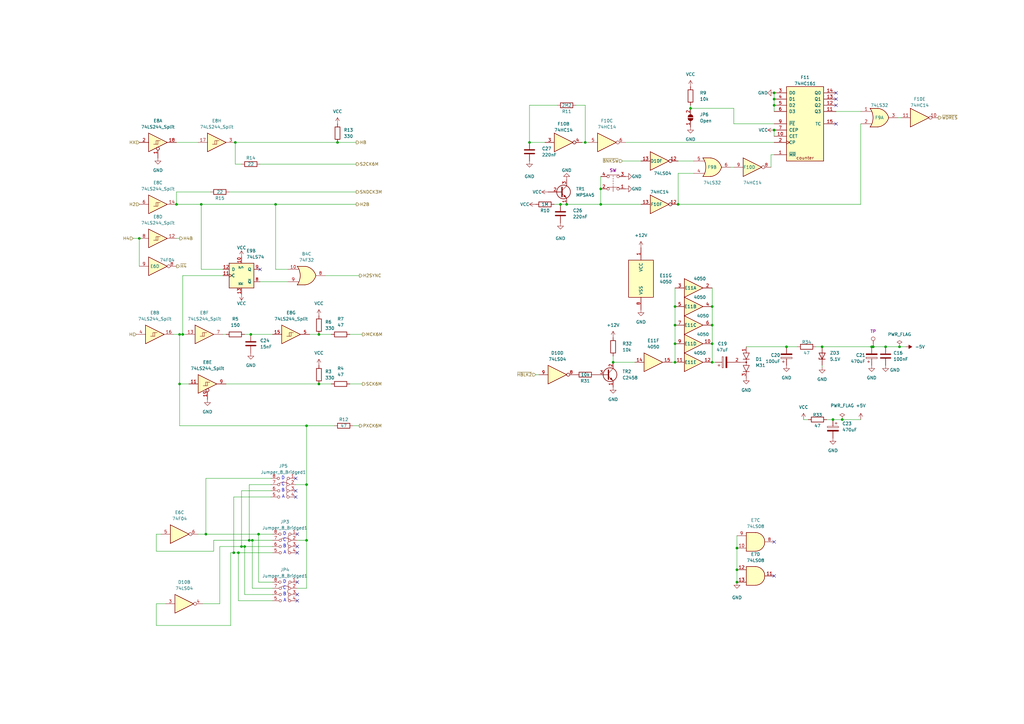
<source format=kicad_sch>
(kicad_sch (version 20230121) (generator eeschema)
  (paper "A3")
  (title_block (title "The NewZealand Story - P0-043A") (date "2022-11-16") (company "Ulf Skutnabba, twitter @skutis77"))
  (lib_symbols
    (symbol "4xxx:4050" (pin_names (offset 1.016))
      (property "Reference" "U" (at 0 1.27 0))
      (property "Value" "4050" (at 0 -1.27 0))
      (symbol "4050_1_0"
        (pin output line (at 7.62 0 180) (length 3.81) (name "~") (number "2"))
        (pin input line (at -7.62 0 0) (length 3.81) (name "~") (number "3"))
      )
      (symbol "4050_2_0"
        (pin output line (at 7.62 0 180) (length 3.81) (name "~") (number "4"))
        (pin input line (at -7.62 0 0) (length 3.81) (name "~") (number "5"))
      )
      (symbol "4050_3_0"
        (pin output line (at 7.62 0 180) (length 3.81) (name "~") (number "6"))
        (pin input line (at -7.62 0 0) (length 3.81) (name "~") (number "7"))
      )
      (symbol "4050_4_0"
        (pin output line (at 7.62 0 180) (length 3.81) (name "~") (number "10"))
        (pin input line (at -7.62 0 0) (length 3.81) (name "~") (number "9"))
      )
      (symbol "4050_5_0"
        (pin input line (at -7.62 0 0) (length 3.81) (name "~") (number "11"))
        (pin output line (at 7.62 0 180) (length 3.81) (name "~") (number "12"))
      )
      (symbol "4050_6_0"
        (pin input line (at -7.62 0 0) (length 3.81) (name "~") (number "14"))
        (pin output line (at 7.62 0 180) (length 3.81) (name "~") (number "15"))
      )
      (symbol "4050_7_0"
        (pin power_in line (at 0 12.7 270) (length 5.08) (name "VCC") (number "1"))
        (pin power_in line (at 0 -12.7 90) (length 5.08) (name "VSS") (number "8"))
      )
    )
    (symbol "74xx:74LS244_Split"
      (property "Reference" "U" (at 0 1.27 0))
      (property "Value" "74LS244_Split" (at 0 -1.27 0))
      (symbol "74LS244_Split_1_0"
        (pin input inverted (at 0 -6.35 90) (length 4.445) (name "~") (number "1"))
        (pin tri_state line (at 7.62 0 180) (length 3.81) (name "~") (number "18"))
        (pin input line (at -7.62 0 0) (length 3.81) (name "~") (number "2"))
      )
      (symbol "74LS244_Split_2_0"
        (pin tri_state line (at 7.62 0 180) (length 3.81) (name "~") (number "16"))
        (pin input line (at -7.62 0 0) (length 3.81) (name "~") (number "4"))
      )
      (symbol "74LS244_Split_3_0"
        (pin tri_state line (at 7.62 0 180) (length 3.81) (name "~") (number "14"))
        (pin input line (at -7.62 0 0) (length 3.81) (name "~") (number "6"))
      )
      (symbol "74LS244_Split_4_0"
        (pin tri_state line (at 7.62 0 180) (length 3.81) (name "~") (number "12"))
        (pin input line (at -7.62 0 0) (length 3.81) (name "~") (number "8"))
      )
      (symbol "74LS244_Split_5_0"
        (pin input line (at -7.62 0 0) (length 3.81) (name "~") (number "11"))
        (pin input inverted (at 0 -6.35 90) (length 4.445) (name "~") (number "19"))
        (pin tri_state line (at 7.62 0 180) (length 3.81) (name "~") (number "9"))
      )
      (symbol "74LS244_Split_6_0"
        (pin input line (at -7.62 0 0) (length 3.81) (name "~") (number "13"))
        (pin tri_state line (at 7.62 0 180) (length 3.81) (name "~") (number "7"))
      )
      (symbol "74LS244_Split_7_0"
        (pin input line (at -7.62 0 0) (length 3.81) (name "~") (number "15"))
        (pin tri_state line (at 7.62 0 180) (length 3.81) (name "~") (number "5"))
      )
      (symbol "74LS244_Split_8_0"
        (pin input line (at -7.62 0 0) (length 3.81) (name "~") (number "17"))
        (pin tri_state line (at 7.62 0 180) (length 3.81) (name "~") (number "3"))
      )
      (symbol "74LS244_Split_9_0"
        (pin power_in line (at 0 -12.7 90) (length 5.08) (name "GND") (number "10"))
        (pin power_in line (at 0 12.7 270) (length 5.08) (name "VCC") (number "20"))
      )
    )
    (symbol "Connector:TestPoint" (pin_numbers hide) (pin_names (offset 0.762) hide)
      (property "Reference" "TP" (at 0 6.858 0))
      (property "Value" "TestPoint" (at 0 5.08 0))
      (symbol "TestPoint_1_1"
        (pin passive line (at 0 0 90) (length 2.54) (name "1") (number "1"))
      )
    )
    (symbol "Device:C" (pin_numbers hide) (pin_names (offset 0.254))
      (property "Reference" "C" (at 0.635 2.54 0))
      (property "Value" "C" (at 0.635 -2.54 0))
      (symbol "C_1_1"
        (pin passive line (at 0 3.81 270) (length 2.794) (name "~") (number "1"))
        (pin passive line (at 0 -3.81 90) (length 2.794) (name "~") (number "2"))
      )
    )
    (symbol "Device:C_Polarized" (pin_numbers hide) (pin_names (offset 0.254))
      (property "Reference" "C" (at 0.635 2.54 0))
      (property "Value" "C_Polarized" (at 0.635 -2.54 0))
      (symbol "C_Polarized_1_1"
        (pin passive line (at 0 3.81 270) (length 2.794) (name "~") (number "1"))
        (pin passive line (at 0 -3.81 90) (length 2.794) (name "~") (number "2"))
      )
    )
    (symbol "Device:D_Zener" (pin_numbers hide) (pin_names (offset 1.016) hide)
      (property "Reference" "D" (at 0 2.54 0))
      (property "Value" "D_Zener" (at 0 -2.54 0))
      (symbol "D_Zener_1_1"
        (pin passive line (at -3.81 0 0) (length 2.54) (name "K") (number "1"))
        (pin passive line (at 3.81 0 180) (length 2.54) (name "A") (number "2"))
      )
    )
    (symbol "Device:Q_NPN_EBC" (pin_names (offset 0) hide)
      (property "Reference" "Q" (at 5.08 1.27 0))
      (property "Value" "Q_NPN_EBC" (at 5.08 -1.27 0))
      (symbol "Q_NPN_EBC_1_1"
        (pin passive line (at 2.54 -5.08 90) (length 2.54) (name "E") (number "1"))
        (pin passive line (at -5.08 0 0) (length 5.715) (name "B") (number "2"))
        (pin passive line (at 2.54 5.08 270) (length 2.54) (name "C") (number "3"))
      )
    )
    (symbol "Device:Q_NPN_ECB" (pin_names (offset 0) hide)
      (property "Reference" "Q" (at 5.08 1.27 0))
      (property "Value" "Q_NPN_ECB" (at 5.08 -1.27 0))
      (symbol "Q_NPN_ECB_1_1"
        (pin passive line (at 2.54 -5.08 90) (length 2.54) (name "E") (number "1"))
        (pin passive line (at 2.54 5.08 270) (length 2.54) (name "C") (number "2"))
        (pin passive line (at -5.08 0 0) (length 5.715) (name "B") (number "3"))
      )
    )
    (symbol "Device:R" (pin_numbers hide) (pin_names (offset 0))
      (property "Reference" "R" (at 2.032 0 90))
      (property "Value" "R" (at 0 0 90))
      (symbol "R_1_1"
        (pin passive line (at 0 3.81 270) (length 1.27) (name "~") (number "1"))
        (pin passive line (at 0 -3.81 90) (length 1.27) (name "~") (number "2"))
      )
    )
    (symbol "Jumper:SolderJumper_2_Open" (pin_names (offset 0) hide)
      (property "Reference" "JP" (at 0 2.032 0))
      (property "Value" "SolderJumper_2_Open" (at 0 -2.54 0))
      (symbol "SolderJumper_2_Open_1_1"
        (pin passive line (at -3.81 0 0) (length 2.54) (name "A") (number "1"))
        (pin passive line (at 3.81 0 180) (length 2.54) (name "B") (number "2"))
      )
    )
    (symbol "Switch:SW_Push_Open_Dual" (pin_names (offset 1.016) hide)
      (property "Reference" "SW" (at 1.27 2.54 0))
      (property "Value" "SW_Push_Open_Dual" (at 0 -6.985 0))
      (symbol "SW_Push_Open_Dual_0_1"
        (pin passive line (at -5.08 0 0) (length 2.54) (name "1") (number "1"))
        (pin passive line (at 5.08 0 180) (length 2.54) (name "2") (number "2"))
        (pin passive line (at -5.08 -5.08 0) (length 2.54) (name "3") (number "3"))
        (pin passive line (at 5.08 -5.08 180) (length 2.54) (name "4") (number "4"))
      )
    )
    (symbol "jt74:74LS04" (pin_names (offset 1.016))
      (property "Reference" "U" (at 0 1.27 0))
      (property "Value" "74LS04" (at 0 -1.27 0))
      (symbol "74LS04_1_0"
        (pin input line (at -7.62 0 0) (length 3.81) (name "~") (number "1"))
        (pin output inverted (at 7.62 0 180) (length 3.81) (name "~") (number "2"))
      )
      (symbol "74LS04_2_0"
        (pin input line (at -7.62 0 0) (length 3.81) (name "~") (number "3"))
        (pin output inverted (at 7.62 0 180) (length 3.81) (name "~") (number "4"))
      )
      (symbol "74LS04_3_0"
        (pin input line (at -7.62 0 0) (length 3.81) (name "~") (number "5"))
        (pin output inverted (at 7.62 0 180) (length 3.81) (name "~") (number "6"))
      )
      (symbol "74LS04_4_0"
        (pin output inverted (at 7.62 0 180) (length 3.81) (name "~") (number "8"))
        (pin input line (at -7.62 0 0) (length 3.81) (name "~") (number "9"))
      )
      (symbol "74LS04_5_0"
        (pin output inverted (at 7.62 0 180) (length 3.81) (name "~") (number "10"))
        (pin input line (at -7.62 0 0) (length 3.81) (name "~") (number "11"))
      )
      (symbol "74LS04_6_0"
        (pin output inverted (at 7.62 0 180) (length 3.81) (name "~") (number "12"))
        (pin input line (at -7.62 0 0) (length 3.81) (name "~") (number "13"))
      )
      (symbol "74LS04_7_0"
        (pin power_in line (at 0 7.62 270) (length 5.08) hide (name "VCC") (number "14"))
        (pin power_in line (at 0 -7.62 90) (length 5.08) hide (name "VSS") (number "7"))
      )
    )
    (symbol "jt74:74LS08" (pin_names (offset 1.016))
      (property "Reference" "U" (at 0 1.27 0))
      (property "Value" "74LS08" (at 0 -1.27 0))
      (symbol "74LS08_1_1"
        (pin input line (at -7.62 2.54 0) (length 3.81) (name "~") (number "1"))
        (pin input line (at -7.62 -2.54 0) (length 3.81) (name "~") (number "2"))
        (pin output line (at 7.62 0 180) (length 3.81) (name "~") (number "3"))
      )
      (symbol "74LS08_1_2"
        (pin input inverted (at -7.62 2.54 0) (length 4.318) (name "~") (number "1"))
        (pin input inverted (at -7.62 -2.54 0) (length 4.318) (name "~") (number "2"))
        (pin output inverted (at 7.62 0 180) (length 3.81) (name "~") (number "3"))
      )
      (symbol "74LS08_2_1"
        (pin input line (at -7.62 2.54 0) (length 3.81) (name "~") (number "4"))
        (pin input line (at -7.62 -2.54 0) (length 3.81) (name "~") (number "5"))
        (pin output line (at 7.62 0 180) (length 3.81) (name "~") (number "6"))
      )
      (symbol "74LS08_2_2"
        (pin input inverted (at -7.62 2.54 0) (length 4.318) (name "~") (number "4"))
        (pin input inverted (at -7.62 -2.54 0) (length 4.318) (name "~") (number "5"))
        (pin output inverted (at 7.62 0 180) (length 3.81) (name "~") (number "6"))
      )
      (symbol "74LS08_3_1"
        (pin input line (at -7.62 -2.54 0) (length 3.81) (name "~") (number "10"))
        (pin output line (at 7.62 0 180) (length 3.81) (name "~") (number "8"))
        (pin input line (at -7.62 2.54 0) (length 3.81) (name "~") (number "9"))
      )
      (symbol "74LS08_3_2"
        (pin input inverted (at -7.62 -2.54 0) (length 4.318) (name "~") (number "10"))
        (pin output inverted (at 7.62 0 180) (length 3.81) (name "~") (number "8"))
        (pin input inverted (at -7.62 2.54 0) (length 4.318) (name "~") (number "9"))
      )
      (symbol "74LS08_4_1"
        (pin output line (at 7.62 0 180) (length 3.81) (name "~") (number "11"))
        (pin input line (at -7.62 2.54 0) (length 3.81) (name "~") (number "12"))
        (pin input line (at -7.62 -2.54 0) (length 3.81) (name "~") (number "13"))
      )
      (symbol "74LS08_4_2"
        (pin output inverted (at 7.62 0 180) (length 3.81) (name "~") (number "11"))
        (pin input inverted (at -7.62 2.54 0) (length 4.318) (name "~") (number "12"))
        (pin input inverted (at -7.62 -2.54 0) (length 4.318) (name "~") (number "13"))
      )
      (symbol "74LS08_5_0"
        (pin power_in line (at 0 7.62 270) (length 5.08) hide (name "VCC") (number "14"))
        (pin power_in line (at 0 -7.62 90) (length 5.08) hide (name "VSS") (number "7"))
      )
    )
    (symbol "jt74:74LS14" (pin_names (offset 1.016))
      (property "Reference" "U" (at 0 1.27 0))
      (property "Value" "74LS14" (at 0 -1.27 0))
      (symbol "74LS14_1_0"
        (pin input line (at -7.62 0 0) (length 3.81) (name "~") (number "1"))
        (pin output inverted (at 7.62 0 180) (length 3.81) (name "~") (number "2"))
      )
      (symbol "74LS14_2_0"
        (pin input line (at -7.62 0 0) (length 3.81) (name "~") (number "3"))
        (pin output inverted (at 7.62 0 180) (length 3.81) (name "~") (number "4"))
      )
      (symbol "74LS14_3_0"
        (pin input line (at -7.62 0 0) (length 3.81) (name "~") (number "5"))
        (pin output inverted (at 7.62 0 180) (length 3.81) (name "~") (number "6"))
      )
      (symbol "74LS14_4_0"
        (pin output inverted (at 7.62 0 180) (length 3.81) (name "~") (number "8"))
        (pin input line (at -7.62 0 0) (length 3.81) (name "~") (number "9"))
      )
      (symbol "74LS14_5_0"
        (pin output inverted (at 7.62 0 180) (length 3.81) (name "~") (number "10"))
        (pin input line (at -7.62 0 0) (length 3.81) (name "~") (number "11"))
      )
      (symbol "74LS14_6_0"
        (pin output inverted (at 7.62 0 180) (length 3.81) (name "~") (number "12"))
        (pin input line (at -7.62 0 0) (length 3.81) (name "~") (number "13"))
      )
      (symbol "74LS14_7_0"
        (pin power_in line (at 0 7.62 270) (length 5.08) hide (name "VCC") (number "14"))
        (pin power_in line (at 1.27 -7.62 90) (length 5.08) hide (name "VSS") (number "7"))
      )
    )
    (symbol "jt74:74LS161" (pin_names (offset 1.016))
      (property "Reference" "U" (at -7.62 16.51 0))
      (property "Value" "74LS161" (at -7.62 -16.51 0))
      (symbol "74LS161_0_0"
        (text "counter" (at 0 -13.97 0) (effects (font (size 1.27 1.27))))
      )
      (symbol "74LS161_1_0"
        (pin input line (at -12.7 -12.7 0) (length 5.08) (name "~{MR}") (number "1"))
        (pin input line (at -12.7 -5.08 0) (length 5.08) (name "CET") (number "10"))
        (pin output line (at 12.7 5.08 180) (length 5.08) (name "Q3") (number "11"))
        (pin output line (at 12.7 7.62 180) (length 5.08) (name "Q2") (number "12"))
        (pin output line (at 12.7 10.16 180) (length 5.08) (name "Q1") (number "13"))
        (pin output line (at 12.7 12.7 180) (length 5.08) (name "Q0") (number "14"))
        (pin output line (at 12.7 0 180) (length 5.08) (name "TC") (number "15"))
        (pin input clock (at -12.7 -7.62 0) (length 5.08) (name "CP") (number "2"))
        (pin input line (at -12.7 12.7 0) (length 5.08) (name "D0") (number "3"))
        (pin input line (at -12.7 10.16 0) (length 5.08) (name "D1") (number "4"))
        (pin input line (at -12.7 7.62 0) (length 5.08) (name "D2") (number "5"))
        (pin input line (at -12.7 5.08 0) (length 5.08) (name "D3") (number "6"))
        (pin input line (at -12.7 -2.54 0) (length 5.08) (name "CEP") (number "7"))
        (pin input line (at -12.7 0 0) (length 5.08) (name "~{PE}") (number "9"))
      )
    )
    (symbol "jt74:74LS32" (pin_names (offset 1.016))
      (property "Reference" "U" (at 0 1.27 0))
      (property "Value" "74LS32" (at 0 -1.27 0))
      (symbol "74LS32_1_1"
        (pin input line (at -7.62 2.54 0) (length 4.318) (name "~") (number "1"))
        (pin input line (at -7.62 -2.54 0) (length 4.318) (name "~") (number "2"))
        (pin output line (at 7.62 0 180) (length 3.81) (name "~") (number "3"))
      )
      (symbol "74LS32_1_2"
        (pin input inverted (at -7.62 2.54 0) (length 3.81) (name "~") (number "1"))
        (pin input inverted (at -7.62 -2.54 0) (length 3.81) (name "~") (number "2"))
        (pin output inverted (at 7.62 0 180) (length 3.81) (name "~") (number "3"))
      )
      (symbol "74LS32_2_1"
        (pin input line (at -7.62 2.54 0) (length 4.318) (name "~") (number "4"))
        (pin input line (at -7.62 -2.54 0) (length 4.318) (name "~") (number "5"))
        (pin output line (at 7.62 0 180) (length 3.81) (name "~") (number "6"))
      )
      (symbol "74LS32_2_2"
        (pin input inverted (at -7.62 2.54 0) (length 3.81) (name "~") (number "4"))
        (pin input inverted (at -7.62 -2.54 0) (length 3.81) (name "~") (number "5"))
        (pin output inverted (at 7.62 0 180) (length 3.81) (name "~") (number "6"))
      )
      (symbol "74LS32_3_1"
        (pin input line (at -7.62 -2.54 0) (length 4.318) (name "~") (number "10"))
        (pin output line (at 7.62 0 180) (length 3.81) (name "~") (number "8"))
        (pin input line (at -7.62 2.54 0) (length 4.318) (name "~") (number "9"))
      )
      (symbol "74LS32_3_2"
        (pin input inverted (at -7.62 -2.54 0) (length 3.81) (name "~") (number "10"))
        (pin output inverted (at 7.62 0 180) (length 3.81) (name "~") (number "8"))
        (pin input inverted (at -7.62 2.54 0) (length 3.81) (name "~") (number "9"))
      )
      (symbol "74LS32_4_1"
        (pin output line (at 7.62 0 180) (length 3.81) (name "~") (number "11"))
        (pin input line (at -7.62 2.54 0) (length 4.318) (name "~") (number "12"))
        (pin input line (at -7.62 -2.54 0) (length 4.318) (name "~") (number "13"))
      )
      (symbol "74LS32_4_2"
        (pin output inverted (at 7.62 0 180) (length 3.81) (name "~") (number "11"))
        (pin input inverted (at -7.62 2.54 0) (length 3.81) (name "~") (number "12"))
        (pin input inverted (at -7.62 -2.54 0) (length 3.81) (name "~") (number "13"))
      )
      (symbol "74LS32_5_0"
        (pin power_in line (at 0 7.62 270) (length 5.08) hide (name "VCC") (number "14"))
        (pin power_in line (at 0 -7.62 90) (length 5.08) hide (name "VSS") (number "7"))
      )
    )
    (symbol "jt74:74LS74" (pin_names (offset 1.016))
      (property "Reference" "U" (at 3.81 5.08 0))
      (property "Value" "74LS74" (at 0 0 0))
      (symbol "74LS74_1_0"
        (pin input inverted (at 0 -7.62 90) (length 2.54) (name "~{R}") (number "1"))
        (pin input line (at -7.62 2.54 0) (length 2.54) (name "D") (number "2"))
        (pin input clock (at -7.62 0 0) (length 2.54) (name "C") (number "3"))
        (pin input inverted (at 0 7.62 270) (length 2.54) (name "~{S}") (number "4"))
        (pin output line (at 7.62 2.54 180) (length 2.54) (name "Q") (number "5"))
        (pin output line (at 7.62 -2.54 180) (length 2.54) (name "~{Q}") (number "6"))
      )
      (symbol "74LS74_2_0"
        (pin input clock (at -7.62 0 0) (length 2.54) (name "C") (number "11"))
        (pin input line (at -7.62 2.54 0) (length 2.54) (name "D") (number "12"))
        (pin input line (at 0 -7.62 90) (length 2.54) (name "~{R}") (number "13"))
        (pin output line (at 7.62 -2.54 180) (length 2.54) (name "~{Q}") (number "8"))
        (pin output line (at 7.62 2.54 180) (length 2.54) (name "Q") (number "9"))
      )
      (symbol "74LS74_2_1"
        (pin input line (at 0 7.62 270) (length 2.54) (name "~{S}") (number "10"))
      )
      (symbol "74LS74_3_0"
        (pin power_in line (at 0 7.62 270) (length 2.54) hide (name "VCC") (number "14"))
        (pin power_in line (at 0 -7.62 90) (length 2.54) hide (name "VSS") (number "7"))
      )
    )
    (symbol "power:+12V" (power) (pin_names (offset 0))
      (property "Value" "+12V" (at 0 3.556 0))
      (symbol "+12V_1_1"
        (pin power_in line (at 0 0 90) (length 0) hide (name "+12V") (number "1"))
      )
    )
    (symbol "power:+5V" (power) (pin_names (offset 0))
      (property "Value" "+5V" (at 0 3.556 0))
      (symbol "+5V_1_1"
        (pin power_in line (at 0 0 90) (length 0) hide (name "+5V") (number "1"))
      )
    )
    (symbol "power:-5V" (power) (pin_names (offset 0))
      (property "Value" "-5V" (at 0 3.81 0))
      (symbol "-5V_0_0"
        (pin power_in line (at 0 0 90) (length 0) hide (name "-5V") (number "1"))
      )
    )
    (symbol "power:GND" (power) (pin_names (offset 0))
      (property "Value" "GND" (at 0 -3.81 0))
      (symbol "GND_1_1"
        (pin power_in line (at 0 0 270) (length 0) hide (name "GND") (number "1"))
      )
    )
    (symbol "power:PWR_FLAG" (power) (pin_numbers hide) (pin_names (offset 0) hide)
      (property "Value" "PWR_FLAG" (at 0 3.81 0))
      (symbol "PWR_FLAG_0_0"
        (pin power_out line (at 0 0 90) (length 0) (name "pwr") (number "1"))
      )
    )
    (symbol "power:VCC" (power) (pin_names (offset 0))
      (property "Value" "VCC" (at 0 3.81 0))
      (symbol "VCC_1_1"
        (pin power_in line (at 0 0 90) (length 0) hide (name "VCC") (number "1"))
      )
    )
    (symbol "skutis:Double_switching_diode_3-Pin"
      (property "Reference" "U" (at 6.35 3.81 0))
      (property "Value" "Double_switching_diode_3-Pin" (at 11.43 2.54 0))
      (symbol "Double_switching_diode_3-Pin_1_1"
        (pin passive line (at 0 0 0) (length 2.54) (name "") (number "1"))
        (pin passive line (at 6.35 -5.08 90) (length 2.54) (name "") (number "2"))
        (pin passive line (at 12.7 0 180) (length 2.54) (name "") (number "3"))
      )
    )
    (symbol "skutis:Jumper_8_Bridged1" (pin_names (offset 0) hide)
      (property "Reference" "JP" (at 0 1.905 0))
      (property "Value" "Jumper_8_Bridged1" (at 0 -1.27 0))
      (symbol "Jumper_8_Bridged1_1_1"
        (pin passive line (at -5.08 0 0) (length 2.54) (name "A") (number "1"))
        (pin passive line (at -5.08 -2.54 0) (length 2.54) (name "B") (number "2"))
        (pin passive line (at -5.08 -5.08 0) (length 2.54) (name "C") (number "3"))
        (pin passive line (at -5.08 -7.62 0) (length 2.54) (name "D") (number "4"))
        (pin passive line (at 5.08 -7.62 180) (length 2.54) (name "B") (number "5"))
        (pin passive line (at 5.08 -5.08 180) (length 2.54) (name "B") (number "6"))
        (pin passive line (at 5.08 -2.54 180) (length 2.54) (name "B") (number "7"))
        (pin passive line (at 5.08 0 180) (length 2.54) (name "B") (number "8"))
      )
    )
  )
  (junction (at 302.26 233.68))
  (junction (at 276.86 148.59))
  (junction (at 74.93 137.16))
  (junction (at 317.5 40.64))
  (junction (at 240.03 58.42))
  (junction (at 276.86 140.97))
  (junction (at 317.5 53.34))
  (junction (at 292.1 148.59))
  (junction (at 57.15 97.79))
  (junction (at 358.14 142.24))
  (junction (at 106.045 219.075))
  (junction (at 130.81 137.16))
  (junction (at 72.39 83.82))
  (junction (at 363.22 142.24))
  (junction (at 251.46 148.59))
  (junction (at 96.52 58.42))
  (junction (at 82.55 83.82))
  (junction (at 97.79 226.695))
  (junction (at 125.73 221.615))
  (junction (at 73.66 157.48))
  (junction (at 73.66 137.16))
  (junction (at 113.03 83.82))
  (junction (at 217.17 58.42))
  (junction (at 276.86 125.73))
  (junction (at 368.935 142.24))
  (junction (at 345.44 172.085))
  (junction (at 317.5 38.1))
  (junction (at 99.06 224.155))
  (junction (at 232.41 83.82))
  (junction (at 278.13 83.82))
  (junction (at 341.63 172.085))
  (junction (at 322.58 142.24))
  (junction (at 292.1 133.35))
  (junction (at 102.87 137.16))
  (junction (at 229.87 83.82))
  (junction (at 302.26 224.79))
  (junction (at 100.33 224.155))
  (junction (at 283.21 44.45))
  (junction (at 102.235 221.615))
  (junction (at 130.81 157.48))
  (junction (at 357.505 142.24))
  (junction (at 125.73 198.755))
  (junction (at 292.1 125.73))
  (junction (at 246.38 83.82))
  (junction (at 292.1 140.97))
  (junction (at 125.73 174.625))
  (junction (at 246.38 77.47))
  (junction (at 317.5 43.18))
  (junction (at 138.43 58.42))
  (junction (at 103.505 221.615))
  (junction (at 302.26 238.76))
  (junction (at 95.885 226.695))
  (junction (at 337.185 142.24))
  (junction (at 276.86 133.35))
  (junction (at 84.455 219.075))
  (no_connect (at 317.5 236.22))
  (no_connect (at 317.5 222.25))
  (no_connect (at 121.285 203.835))
  (no_connect (at 121.285 201.295))
  (no_connect (at 121.92 224.155))
  (no_connect (at 121.92 246.38))
  (no_connect (at 121.92 243.84))
  (no_connect (at 121.92 226.695))
  (no_connect (at 342.9 50.8))
  (no_connect (at 342.9 38.1))
  (no_connect (at 342.9 40.64))
  (no_connect (at 342.9 43.18))
  (no_connect (at 106.68 110.49))
  (no_connect (at 121.92 238.76))
  (no_connect (at 121.285 196.215))
  (no_connect (at 121.92 219.075))
  (wire (pts (xy 106.68 115.57) (xy 118.11 115.57)))
  (wire (pts (xy 146.05 83.82) (xy 113.03 83.82)))
  (wire (pts (xy 341.63 172.085) (xy 345.44 172.085)))
  (wire (pts (xy 283.21 43.18) (xy 283.21 44.45)))
  (wire (pts (xy 292.1 140.97) (xy 292.1 148.59)))
  (wire (pts (xy 106.045 219.075) (xy 111.76 219.075)))
  (wire (pts (xy 317.5 43.18) (xy 317.5 45.72)))
  (wire (pts (xy 125.73 198.755) (xy 125.73 221.615)))
  (wire (pts (xy 99.06 201.295) (xy 99.06 224.155)))
  (wire (pts (xy 317.5 40.64) (xy 317.5 43.18)))
  (wire (pts (xy 278.13 66.04) (xy 284.48 66.04)))
  (wire (pts (xy 71.12 137.16) (xy 73.66 137.16)))
  (wire (pts (xy 64.135 247.65) (xy 64.135 256.54)))
  (wire (pts (xy 83.185 247.65) (xy 90.17 247.65)))
  (wire (pts (xy 113.03 110.49) (xy 113.03 83.82)))
  (wire (pts (xy 300.99 50.8) (xy 317.5 50.8)))
  (wire (pts (xy 73.66 97.79) (xy 72.39 97.79)))
  (wire (pts (xy 317.5 38.1) (xy 317.5 40.64)))
  (wire (pts (xy 91.44 113.03) (xy 74.93 113.03)))
  (wire (pts (xy 91.44 110.49) (xy 82.55 110.49)))
  (wire (pts (xy 284.48 71.12) (xy 278.13 71.12)))
  (wire (pts (xy 100.33 243.84) (xy 100.33 224.155)))
  (wire (pts (xy 130.81 157.48) (xy 135.89 157.48)))
  (wire (pts (xy 276.86 133.35) (xy 276.86 140.97)))
  (wire (pts (xy 100.33 137.16) (xy 102.87 137.16)))
  (wire (pts (xy 339.09 172.085) (xy 341.63 172.085)))
  (wire (pts (xy 337.185 142.24) (xy 357.505 142.24)))
  (wire (pts (xy 74.93 113.03) (xy 74.93 137.16)))
  (wire (pts (xy 67.945 247.65) (xy 64.135 247.65)))
  (wire (pts (xy 217.17 43.18) (xy 217.17 58.42)))
  (wire (pts (xy 369.57 48.26) (xy 368.3 48.26)))
  (wire (pts (xy 57.15 97.79) (xy 57.15 109.22)))
  (wire (pts (xy 54.61 97.79) (xy 57.15 97.79)))
  (wire (pts (xy 102.235 198.755) (xy 102.235 221.615)))
  (wire (pts (xy 72.39 78.74) (xy 72.39 83.82)))
  (wire (pts (xy 125.73 174.625) (xy 73.66 174.625)))
  (wire (pts (xy 137.16 174.625) (xy 125.73 174.625)))
  (wire (pts (xy 251.46 148.59) (xy 260.35 148.59)))
  (wire (pts (xy 276.86 140.97) (xy 276.86 148.59)))
  (wire (pts (xy 73.66 137.16) (xy 73.66 157.48)))
  (wire (pts (xy 64.135 226.06) (xy 64.135 219.075)))
  (wire (pts (xy 111.76 241.3) (xy 103.505 241.3)))
  (wire (pts (xy 111.76 246.38) (xy 97.79 246.38)))
  (wire (pts (xy 103.505 221.615) (xy 111.76 221.615)))
  (wire (pts (xy 278.13 71.12) (xy 278.13 83.82)))
  (wire (pts (xy 236.22 43.18) (xy 240.03 43.18)))
  (wire (pts (xy 82.55 83.82) (xy 72.39 83.82)))
  (wire (pts (xy 143.51 157.48) (xy 148.59 157.48)))
  (wire (pts (xy 130.81 137.16) (xy 135.89 137.16)))
  (wire (pts (xy 81.28 219.075) (xy 84.455 219.075)))
  (wire (pts (xy 302.26 224.79) (xy 302.26 233.68)))
  (wire (pts (xy 276.86 118.11) (xy 276.86 125.73)))
  (wire (pts (xy 96.52 58.42) (xy 138.43 58.42)))
  (wire (pts (xy 87.63 221.615) (xy 87.63 226.06)))
  (wire (pts (xy 251.46 146.05) (xy 251.46 148.59)))
  (wire (pts (xy 100.33 224.155) (xy 111.76 224.155)))
  (wire (pts (xy 322.58 142.24) (xy 327.025 142.24)))
  (wire (pts (xy 84.455 219.075) (xy 84.455 196.215)))
  (wire (pts (xy 217.17 43.18) (xy 228.6 43.18)))
  (wire (pts (xy 292.1 125.73) (xy 292.1 118.11)))
  (wire (pts (xy 121.285 198.755) (xy 125.73 198.755)))
  (wire (pts (xy 292.1 125.73) (xy 292.1 133.35)))
  (wire (pts (xy 125.73 221.615) (xy 125.73 241.3)))
  (wire (pts (xy 99.06 224.155) (xy 100.33 224.155)))
  (wire (pts (xy 111.76 243.84) (xy 100.33 243.84)))
  (wire (pts (xy 64.135 256.54) (xy 94.615 256.54)))
  (wire (pts (xy 94.615 226.695) (xy 95.885 226.695)))
  (wire (pts (xy 358.14 142.24) (xy 363.22 142.24)))
  (wire (pts (xy 316.23 68.58) (xy 316.23 63.5)))
  (wire (pts (xy 73.66 174.625) (xy 73.66 157.48)))
  (wire (pts (xy 102.87 137.16) (xy 111.76 137.16)))
  (wire (pts (xy 103.505 241.3) (xy 103.505 221.615)))
  (wire (pts (xy 357.505 142.24) (xy 358.14 142.24)))
  (wire (pts (xy 146.05 67.31) (xy 106.68 67.31)))
  (wire (pts (xy 299.72 68.58) (xy 300.99 68.58)))
  (wire (pts (xy 95.885 226.695) (xy 97.79 226.695)))
  (wire (pts (xy 256.54 58.42) (xy 317.5 58.42)))
  (wire (pts (xy 87.63 221.615) (xy 102.235 221.615)))
  (wire (pts (xy 232.41 83.82) (xy 246.38 83.82)))
  (wire (pts (xy 111.125 201.295) (xy 99.06 201.295)))
  (wire (pts (xy 125.73 198.755) (xy 125.73 174.625)))
  (wire (pts (xy 130.81 137.16) (xy 127 137.16)))
  (wire (pts (xy 84.455 196.215) (xy 111.125 196.215)))
  (wire (pts (xy 111.125 198.755) (xy 102.235 198.755)))
  (wire (pts (xy 90.17 224.155) (xy 99.06 224.155)))
  (wire (pts (xy 292.1 140.97) (xy 292.1 133.35)))
  (wire (pts (xy 217.17 58.42) (xy 223.52 58.42)))
  (wire (pts (xy 342.9 45.72) (xy 353.06 45.72)))
  (wire (pts (xy 255.27 66.04) (xy 262.89 66.04)))
  (wire (pts (xy 276.86 125.73) (xy 276.86 133.35)))
  (wire (pts (xy 94.615 256.54) (xy 94.615 226.695)))
  (wire (pts (xy 316.23 63.5) (xy 317.5 63.5)))
  (wire (pts (xy 322.58 142.24) (xy 306.07 142.24)))
  (wire (pts (xy 113.03 83.82) (xy 82.55 83.82)))
  (wire (pts (xy 302.26 219.71) (xy 302.26 224.79)))
  (wire (pts (xy 97.79 246.38) (xy 97.79 226.695)))
  (wire (pts (xy 278.13 83.82) (xy 353.06 83.82)))
  (wire (pts (xy 138.43 58.42) (xy 146.05 58.42)))
  (wire (pts (xy 121.92 221.615) (xy 125.73 221.615)))
  (wire (pts (xy 334.645 142.24) (xy 337.185 142.24)))
  (wire (pts (xy 238.76 58.42) (xy 240.03 58.42)))
  (wire (pts (xy 229.87 83.82) (xy 232.41 83.82)))
  (wire (pts (xy 111.125 203.835) (xy 95.885 203.835)))
  (wire (pts (xy 146.05 78.74) (xy 93.98 78.74)))
  (wire (pts (xy 74.93 137.16) (xy 76.2 137.16)))
  (wire (pts (xy 102.235 221.615) (xy 103.505 221.615)))
  (wire (pts (xy 240.03 58.42) (xy 241.3 58.42)))
  (wire (pts (xy 353.06 50.8) (xy 353.06 83.82)))
  (wire (pts (xy 95.885 203.835) (xy 95.885 226.695)))
  (wire (pts (xy 331.47 172.085) (xy 329.565 172.085)))
  (wire (pts (xy 77.47 157.48) (xy 73.66 157.48)))
  (wire (pts (xy 82.55 110.49) (xy 82.55 83.82)))
  (wire (pts (xy 111.76 238.76) (xy 106.045 238.76)))
  (wire (pts (xy 97.79 226.695) (xy 111.76 226.695)))
  (wire (pts (xy 147.32 113.03) (xy 133.35 113.03)))
  (wire (pts (xy 363.22 142.24) (xy 368.935 142.24)))
  (wire (pts (xy 240.03 43.18) (xy 240.03 58.42)))
  (wire (pts (xy 246.38 77.47) (xy 246.38 72.39)))
  (wire (pts (xy 302.26 233.68) (xy 302.26 238.76)))
  (wire (pts (xy 64.135 219.075) (xy 66.04 219.075)))
  (wire (pts (xy 283.21 44.45) (xy 300.99 44.45)))
  (wire (pts (xy 317.5 53.34) (xy 317.5 55.88)))
  (wire (pts (xy 345.44 172.085) (xy 353.06 172.085)))
  (wire (pts (xy 84.455 219.075) (xy 106.045 219.075)))
  (wire (pts (xy 72.39 58.42) (xy 81.28 58.42)))
  (wire (pts (xy 90.17 247.65) (xy 90.17 224.155)))
  (wire (pts (xy 87.63 226.06) (xy 64.135 226.06)))
  (wire (pts (xy 92.71 137.16) (xy 91.44 137.16)))
  (wire (pts (xy 86.36 78.74) (xy 72.39 78.74)))
  (wire (pts (xy 96.52 67.31) (xy 96.52 58.42)))
  (wire (pts (xy 143.51 137.16) (xy 148.59 137.16)))
  (wire (pts (xy 99.06 67.31) (xy 96.52 67.31)))
  (wire (pts (xy 92.71 157.48) (xy 130.81 157.48)))
  (wire (pts (xy 219.71 153.67) (xy 220.98 153.67)))
  (wire (pts (xy 368.935 142.24) (xy 371.475 142.24)))
  (wire (pts (xy 118.11 110.49) (xy 113.03 110.49)))
  (wire (pts (xy 276.86 148.59) (xy 275.59 148.59)))
  (wire (pts (xy 227.33 83.82) (xy 229.87 83.82)))
  (wire (pts (xy 125.73 241.3) (xy 121.92 241.3)))
  (wire (pts (xy 106.045 238.76) (xy 106.045 219.075)))
  (wire (pts (xy 337.185 149.86) (xy 337.185 150.495)))
  (wire (pts (xy 300.99 44.45) (xy 300.99 50.8)))
  (wire (pts (xy 292.1 148.59) (xy 293.37 148.59)))
  (wire (pts (xy 246.38 83.82) (xy 262.89 83.82)))
  (wire (pts (xy 246.38 77.47) (xy 246.38 83.82)))
  (wire (pts (xy 73.66 137.16) (xy 74.93 137.16)))
  (wire (pts (xy 144.78 174.625) (xy 147.32 174.625)))
  (text "D" (at 116.84 196.85 0) (effects (font (size 1.27 1.27)) (justify right bottom)))
  (text "C" (at 117.475 222.25 0) (effects (font (size 1.27 1.27)) (justify right bottom)))
  (text "B" (at 117.475 244.475 0) (effects (font (size 1.27 1.27)) (justify right bottom)))
  (text "A" (at 117.475 247.015 0) (effects (font (size 1.27 1.27)) (justify right bottom)))
  (text "C" (at 117.475 241.935 0) (effects (font (size 1.27 1.27)) (justify right bottom)))
  (text "D" (at 117.475 219.71 0) (effects (font (size 1.27 1.27)) (justify right bottom)))
  (text "B" (at 117.475 224.79 0) (effects (font (size 1.27 1.27)) (justify right bottom)))
  (text "B" (at 116.84 201.93 0) (effects (font (size 1.27 1.27)) (justify right bottom)))
  (text "C" (at 116.84 199.39 0) (effects (font (size 1.27 1.27)) (justify right bottom)))
  (text "A" (at 117.475 227.33 0) (effects (font (size 1.27 1.27)) (justify right bottom)))
  (text "D" (at 117.475 239.395 0) (effects (font (size 1.27 1.27)) (justify right bottom)))
  (text "A" (at 116.84 204.47 0) (effects (font (size 1.27 1.27)) (justify right bottom)))
  (hierarchical_label "~{BNKSW}" (shape input) (at 255.27 66.04 180))
  (hierarchical_label "H2" (shape input) (at 57.15 83.82 180))
  (hierarchical_label "HX" (shape input) (at 57.15 58.42 180))
  (hierarchical_label "SCK6M" (shape output) (at 148.59 157.48 0))
  (hierarchical_label "H2B" (shape output) (at 146.05 83.82 0))
  (hierarchical_label "S2CK6M" (shape output) (at 146.05 67.31 0))
  (hierarchical_label "PXCK6M" (shape output) (at 147.32 174.625 0))
  (hierarchical_label "~{WDRES}" (shape output) (at 384.81 48.26 0))
  (hierarchical_label "H" (shape input) (at 55.88 137.16 180))
  (hierarchical_label "MCK6M" (shape output) (at 148.59 137.16 0))
  (hierarchical_label "H4" (shape input) (at 54.61 97.79 180))
  (hierarchical_label "H4B" (shape output) (at 73.66 97.79 0))
  (hierarchical_label "SNDCK3M" (shape output) (at 146.05 78.74 0))
  (hierarchical_label "H2SYNC" (shape output) (at 147.32 113.03 0))
  (hierarchical_label "HB" (shape output) (at 146.05 58.42 0))
  (hierarchical_label "~{HBLK2}" (shape input) (at 219.71 153.67 180))
  (hierarchical_label "~{H4}" (shape output) (at 72.39 109.22 0))
  (symbol (lib_id "power:GND") (at 317.5 38.1 270) (unit 1)
    (property "Reference" "#PWR0218" (effects hide))
    (property "Value" "GND" (at 314.96 38.0999 90) (effects (justify right)))
  )
  (symbol (lib_id "power:GND") (at 64.77 64.77 0) (unit 1)
    (property "Reference" "#PWR0225" (effects hide))
    (property "Value" "GND" (at 64.77 69.85 0))
  )
  (symbol (lib_id "power:GND") (at 256.54 72.39 90) (unit 1)
    (property "Reference" "#PWR0237" (effects hide))
    (property "Value" "GND" (at 259.08 72.3901 90) (effects (justify right)))
  )
  (symbol (lib_id "power:VCC") (at 130.81 149.86 0) (unit 1)
    (property "Reference" "#PWR0214" (effects hide))
    (property "Value" "VCC" (at 130.81 144.78 0))
  )
  (symbol (lib_id "power:GND") (at 85.09 163.83 0) (unit 1)
    (property "Reference" "#PWR0212" (effects hide))
    (property "Value" "GND" (at 85.09 168.91 0))
  )
  (symbol (lib_id "Device:C_Polarized") (at 357.505 146.05 0) (mirror x) (unit 1)
    (property "Reference" "C21" (at 354.965 145.6689 0) (effects (justify right)))
    (property "Value" "470uF" (at 354.965 148.2089 0) (effects (justify right)))
  )
  (symbol (lib_id "Device:R") (at 138.43 54.61 180) (unit 1)
    (property "Reference" "R13" (at 140.97 53.3399 0) (effects (justify right)))
    (property "Value" "330" (at 140.97 55.8799 0) (effects (justify right)))
  )
  (symbol (lib_id "power:PWR_FLAG") (at 368.935 142.24 0) (unit 1)
    (property "Reference" "#FLG0104" (effects hide))
    (property "Value" "PWR_FLAG" (at 368.935 137.16 0))
  )
  (symbol (lib_id "power:GND") (at 262.89 127 0) (unit 1)
    (property "Reference" "#PWR0227" (effects hide))
    (property "Value" "GND" (at 262.89 132.08 0))
  )
  (symbol (lib_id "power:VCC") (at 224.79 78.74 90) (unit 1)
    (property "Reference" "#PWR0235" (effects hide))
    (property "Value" "VCC" (at 222.25 78.7399 90) (effects (justify left)))
  )
  (symbol (lib_id "jt74:74LS32") (at 125.73 113.03 0) (mirror x) (unit 3)
    (property "Reference" "B4" (at 125.73 104.14 0))
    (property "Value" "74F32" (at 125.73 106.68 0))
    (property "Datasheet" "http://www.ti.com/lit/gpn/sn74LS32" (effects hide))
  )
  (symbol (lib_id "4xxx:4050") (at 284.48 148.59 0) (unit 5)
    (property "Reference" "E11" (at 283.21 148.59 0))
    (property "Value" "4050" (at 287.02 144.78 0))
    (property "Datasheet" "http://www.intersil.com/content/dam/intersil/documents/cd40/cd4050bms.pdf" (effects hide))
  )
  (symbol (lib_id "Device:R") (at 139.7 157.48 90) (unit 1)
    (property "Reference" "R4" (at 139.7 151.13 90))
    (property "Value" "47" (at 139.7 153.67 90))
  )
  (symbol (lib_id "jt74:74LS04") (at 73.66 219.075 0) (unit 3)
    (property "Reference" "E6" (at 73.66 210.185 0))
    (property "Value" "74F04" (at 73.66 212.725 0))
    (property "Datasheet" "http://www.ti.com/lit/gpn/sn74LS04" (effects hide))
  )
  (symbol (lib_id "skutis:Jumper_8_Bridged1") (at 116.205 196.215 0) (mirror y) (unit 1)
    (property "Reference" "JP5" (at 116.205 191.135 0))
    (property "Value" "Jumper_8_Bridged1" (at 116.205 193.675 0))
  )
  (symbol (lib_id "74xx:74LS244_Split") (at 88.9 58.42 0) (unit 8)
    (property "Reference" "E8" (at 88.9 49.53 0))
    (property "Value" "74LS244_Split" (at 88.9 52.07 0))
    (property "Datasheet" "http://www.ti.com/lit/ds/symlink/sn74ls241.pdf" (effects hide))
  )
  (symbol (lib_id "skutis:Jumper_8_Bridged1") (at 116.84 219.075 0) (mirror y) (unit 1)
    (property "Reference" "JP3" (at 116.84 213.995 0))
    (property "Value" "Jumper_8_Bridged1" (at 116.84 216.535 0))
  )
  (symbol (lib_id "Device:R") (at 96.52 137.16 90) (unit 1)
    (property "Reference" "R5" (at 96.52 130.81 90))
    (property "Value" "150" (at 96.52 133.35 90))
  )
  (symbol (lib_id "Device:D_Zener") (at 337.185 146.05 90) (unit 1)
    (property "Reference" "ZD3" (at 340.36 144.7799 90) (effects (justify right)))
    (property "Value" "5.1V" (at 340.36 147.3199 90) (effects (justify right)))
  )
  (symbol (lib_id "Device:R") (at 283.21 39.37 0) (unit 1)
    (property "Reference" "R9" (at 287.02 38.0999 0) (effects (justify left)))
    (property "Value" "10k" (at 287.02 40.6399 0) (effects (justify left)))
  )
  (symbol (lib_id "power:GND") (at 232.41 73.66 180) (unit 1)
    (property "Reference" "#PWR0236" (effects hide))
    (property "Value" "GND" (at 232.41 69.85 0))
  )
  (symbol (lib_id "Device:R") (at 223.52 83.82 90) (unit 1)
    (property "Reference" "R10" (at 223.52 86.36 90))
    (property "Value" "1M" (at 223.52 83.82 90))
  )
  (symbol (lib_id "power:VCC") (at 219.71 83.82 90) (unit 1)
    (property "Reference" "#PWR0211" (effects hide))
    (property "Value" "VCC" (at 217.17 83.8199 90) (effects (justify left)))
  )
  (symbol (lib_id "power:GND") (at 102.87 144.78 0) (unit 1)
    (property "Reference" "#PWR0213" (effects hide))
    (property "Value" "GND" (at 102.87 149.86 0))
  )
  (symbol (lib_id "jt74:74LS08") (at 309.88 222.25 0) (unit 3)
    (property "Reference" "E7" (at 309.88 213.36 0))
    (property "Value" "74LS08" (at 309.88 215.9 0))
    (property "Datasheet" "http://www.ti.com/lit/gpn/sn74LS08" (effects hide))
  )
  (symbol (lib_id "jt74:74LS14") (at 231.14 58.42 0) (unit 2)
    (property "Reference" "F10" (at 231.14 50.8 0))
    (property "Value" "74HC14" (at 231.14 53.34 0))
    (property "Datasheet" "http://www.ti.com/lit/gpn/sn74LS14" (effects hide))
  )
  (symbol (lib_id "skutis:Jumper_8_Bridged1") (at 116.84 238.76 0) (mirror y) (unit 1)
    (property "Reference" "JP4" (at 116.84 233.68 0))
    (property "Value" "Jumper_8_Bridged1" (at 116.84 236.22 0))
  )
  (symbol (lib_id "power:GND") (at 341.63 179.705 0) (unit 1)
    (property "Reference" "#PWR0232" (effects hide))
    (property "Value" "GND" (at 341.63 184.785 0))
  )
  (symbol (lib_id "power:GND") (at 251.46 158.75 0) (unit 1)
    (property "Reference" "#PWR0229" (effects hide))
    (property "Value" "GND" (at 251.46 163.83 0))
  )
  (symbol (lib_id "Device:R") (at 102.87 67.31 90) (unit 1)
    (property "Reference" "R14" (at 102.87 64.77 90))
    (property "Value" "22" (at 102.87 67.31 90))
  )
  (symbol (lib_id "jt74:74LS04") (at 228.6 153.67 0) (unit 4)
    (property "Reference" "D10" (at 228.6 144.78 0))
    (property "Value" "74LS04" (at 228.6 147.32 0))
    (property "Datasheet" "http://www.ti.com/lit/gpn/sn74LS04" (effects hide))
  )
  (symbol (lib_id "4xxx:4050") (at 284.48 118.11 0) (unit 1)
    (property "Reference" "E11" (at 283.21 118.11 0))
    (property "Value" "4050" (at 287.02 114.3 0))
    (property "Datasheet" "http://www.intersil.com/content/dam/intersil/documents/cd40/cd4050bms.pdf" (effects hide))
  )
  (symbol (lib_id "power:+5V") (at 353.06 172.085 0) (unit 1)
    (property "Reference" "#PWR0233" (effects hide))
    (property "Value" "+5V" (at 353.06 166.37 0))
  )
  (symbol (lib_id "Device:R") (at 130.81 153.67 180) (unit 1)
    (property "Reference" "R3" (at 133.35 152.3999 0) (effects (justify right)))
    (property "Value" "330" (at 133.35 154.9399 0) (effects (justify right)))
  )
  (symbol (lib_id "power:GND") (at 322.58 149.86 0) (unit 1)
    (property "Reference" "#PWR0208" (effects hide))
    (property "Value" "GND" (at 322.58 154.94 0))
  )
  (symbol (lib_id "power:GND") (at 229.87 91.44 0) (unit 1)
    (property "Reference" "#PWR0230" (effects hide))
    (property "Value" "GND" (at 229.87 97.79 0))
  )
  (symbol (lib_id "74xx:74LS244_Split") (at 63.5 137.16 0) (unit 2)
    (property "Reference" "E8" (at 63.5 128.27 0))
    (property "Value" "74LS244_Split" (at 63.5 130.81 0))
    (property "Datasheet" "http://www.ti.com/lit/ds/symlink/sn74ls241.pdf" (effects hide))
  )
  (symbol (lib_id "power:+12V") (at 251.46 138.43 0) (unit 1)
    (property "Reference" "#PWR0226" (effects hide))
    (property "Value" "+12V" (at 251.46 133.35 0))
  )
  (symbol (lib_id "power:GND") (at 363.22 149.86 0) (mirror y) (unit 1)
    (property "Reference" "#PWR0207" (effects hide))
    (property "Value" "GND" (at 367.03 151.765 0))
  )
  (symbol (lib_id "jt74:74LS04") (at 75.565 247.65 0) (unit 2)
    (property "Reference" "D10" (at 75.565 238.76 0))
    (property "Value" "74LS04" (at 75.565 241.3 0))
    (property "Datasheet" "http://www.ti.com/lit/gpn/sn74LS04" (effects hide))
  )
  (symbol (lib_id "jt74:74LS04") (at 64.77 109.22 0) (unit 4)
    (property "Reference" "E6" (at 63.5 109.22 0))
    (property "Value" "74F04" (at 68.58 106.68 0))
    (property "Datasheet" "http://www.ti.com/lit/gpn/sn74LS04" (effects hide))
  )
  (symbol (lib_id "Device:C") (at 102.87 140.97 0) (unit 1)
    (property "Reference" "C24" (at 106.68 139.6999 0) (effects (justify left)))
    (property "Value" "15nF" (at 106.68 142.2399 0) (effects (justify left)))
  )
  (symbol (lib_id "power:GND") (at 306.07 154.94 0) (unit 1)
    (property "Reference" "#PWR0209" (effects hide))
    (property "Value" "GND" (at 306.07 160.02 0))
  )
  (symbol (lib_id "4xxx:4050") (at 262.89 114.3 0) (unit 7)
    (property "Reference" "E11" (at 270.51 113.0299 0) (effects (justify left)))
    (property "Value" "4050" (at 270.51 115.5699 0) (effects (justify left)))
    (property "Datasheet" "http://www.intersil.com/content/dam/intersil/documents/cd40/cd4050bms.pdf" (effects hide))
  )
  (symbol (lib_id "power:-5V") (at 371.475 142.24 270) (unit 1)
    (property "Reference" "#PWR0206" (effects hide))
    (property "Value" "-5V" (at 375.285 142.2399 90) (effects (justify left)))
  )
  (symbol (lib_id "Device:R") (at 139.7 137.16 270) (unit 1)
    (property "Reference" "R7" (at 139.7 130.81 90))
    (property "Value" "47" (at 139.7 133.35 90))
  )
  (symbol (lib_id "jt74:74LS14") (at 377.19 48.26 0) (unit 5)
    (property "Reference" "F10" (at 377.19 40.64 0))
    (property "Value" "74HC14" (at 377.19 43.18 0))
    (property "Datasheet" "http://www.ti.com/lit/gpn/sn74LS14" (effects hide))
  )
  (symbol (lib_id "jt74:74LS14") (at 308.61 68.58 0) (unit 4)
    (property "Reference" "F10" (at 307.34 68.58 0))
    (property "Value" "74HC14" (at 308.61 74.93 0))
    (property "Datasheet" "http://www.ti.com/lit/gpn/sn74LS14" (effects hide))
  )
  (symbol (lib_id "jt74:74LS161") (at 330.2 50.8 0) (unit 1)
    (property "Reference" "F11" (at 330.2 31.75 0))
    (property "Value" "74HC161" (at 330.2 34.29 0))
    (property "Datasheet" "http://www.ti.com/lit/gpn/sn74LS161" (effects hide))
  )
  (symbol (lib_id "Connector:TestPoint") (at 358.14 142.24 0) (unit 1)
    (property "Reference" "TP1" (effects hide))
    (property "Value" "TestPoint" (effects hide))
    (property "Datasheet" "TP" (at 358.14 135.89 0))
  )
  (symbol (lib_id "Device:R") (at 330.835 142.24 90) (unit 1)
    (property "Reference" "R34" (at 330.835 140.335 90))
    (property "Value" "47" (at 330.835 144.78 90))
  )
  (symbol (lib_id "Device:R") (at 240.03 153.67 90) (unit 1)
    (property "Reference" "R31" (at 240.03 156.21 90))
    (property "Value" "10k" (at 240.03 153.67 90))
  )
  (symbol (lib_id "74xx:74LS244_Split") (at 83.82 137.16 0) (unit 6)
    (property "Reference" "E8" (at 83.82 128.27 0))
    (property "Value" "74LS244_Split" (at 83.82 130.81 0))
    (property "Datasheet" "http://www.ti.com/lit/ds/symlink/sn74ls241.pdf" (effects hide))
  )
  (symbol (lib_id "Device:Q_NPN_EBC") (at 229.87 78.74 0) (unit 1)
    (property "Reference" "TR1" (at 236.22 77.4699 0) (effects (justify left)))
    (property "Value" "MPSA45" (at 236.22 80.0099 0) (effects (justify left)))
  )
  (symbol (lib_id "Device:R") (at 232.41 43.18 90) (unit 1)
    (property "Reference" "R11" (at 232.41 45.72 90))
    (property "Value" "2M2" (at 232.41 43.18 90))
  )
  (symbol (lib_id "power:GND") (at 302.26 238.76 0) (unit 1)
    (property "Reference" "#PWR0231" (effects hide))
    (property "Value" "GND" (at 302.26 245.11 0))
  )
  (symbol (lib_id "jt74:74LS08") (at 309.88 236.22 0) (unit 4)
    (property "Reference" "E7" (at 309.88 227.33 0))
    (property "Value" "74LS08" (at 309.88 229.87 0))
    (property "Datasheet" "http://www.ti.com/lit/gpn/sn74LS08" (effects hide))
  )
  (symbol (lib_id "4xxx:4050") (at 267.97 148.59 0) (unit 6)
    (property "Reference" "E11" (at 267.97 139.7 0))
    (property "Value" "4050" (at 267.97 142.24 0))
    (property "Datasheet" "http://www.intersil.com/content/dam/intersil/documents/cd40/cd4050bms.pdf" (effects hide))
  )
  (symbol (lib_id "74xx:74LS244_Split") (at 64.77 58.42 0) (unit 1)
    (property "Reference" "E8" (at 64.77 49.53 0))
    (property "Value" "74LS244_Split" (at 64.77 52.07 0))
    (property "Datasheet" "http://www.ti.com/lit/ds/symlink/sn74ls241.pdf" (effects hide))
  )
  (symbol (lib_id "4xxx:4050") (at 284.48 125.73 0) (unit 2)
    (property "Reference" "E11" (at 283.21 125.73 0))
    (property "Value" "4050" (at 287.02 121.92 0))
    (property "Datasheet" "http://www.intersil.com/content/dam/intersil/documents/cd40/cd4050bms.pdf" (effects hide))
  )
  (symbol (lib_id "Device:R") (at 140.97 174.625 90) (unit 1)
    (property "Reference" "R12" (at 140.97 172.085 90))
    (property "Value" "47" (at 140.97 174.625 90))
  )
  (symbol (lib_id "Device:R") (at 335.28 172.085 90) (unit 1)
    (property "Reference" "R33" (at 335.28 170.18 90))
    (property "Value" "47" (at 335.28 174.625 90))
  )
  (symbol (lib_id "power:VCC") (at 130.81 129.54 0) (unit 1)
    (property "Reference" "#PWR0215" (effects hide))
    (property "Value" "VCC" (at 130.81 124.46 0))
  )
  (symbol (lib_id "Device:C") (at 217.17 62.23 0) (unit 1)
    (property "Reference" "C27" (at 222.25 60.9599 0) (effects (justify left)))
    (property "Value" "220nF" (at 222.25 63.4999 0) (effects (justify left)))
  )
  (symbol (lib_id "Device:Q_NPN_ECB") (at 248.92 153.67 0) (unit 1)
    (property "Reference" "TR2" (at 255.27 152.3999 0) (effects (justify left)))
    (property "Value" "C2458" (at 255.27 154.9399 0) (effects (justify left)))
  )
  (symbol (lib_id "74xx:74LS244_Split") (at 64.77 97.79 0) (unit 4)
    (property "Reference" "E8" (at 64.77 88.9 0))
    (property "Value" "74LS244_Split" (at 64.77 91.44 0))
    (property "Datasheet" "http://www.ti.com/lit/ds/symlink/sn74ls241.pdf" (effects hide))
  )
  (symbol (lib_id "power:VCC") (at 99.06 120.65 180) (unit 1)
    (property "Reference" "#PWR0216" (effects hide))
    (property "Value" "VCC" (at 99.06 124.46 0))
  )
  (symbol (lib_id "power:VCC") (at 317.5 53.34 90) (unit 1)
    (property "Reference" "#PWR0219" (effects hide))
    (property "Value" "VCC" (at 314.96 53.3399 90) (effects (justify left)))
  )
  (symbol (lib_id "power:GND") (at 357.505 149.86 0) (unit 1)
    (property "Reference" "#PWR0204" (effects hide))
    (property "Value" "GND" (at 357.505 154.94 0))
  )
  (symbol (lib_id "jt74:74LS32") (at 360.68 48.26 0) (unit 1)
    (property "Reference" "F9" (at 360.68 48.26 0))
    (property "Value" "74LS32" (at 360.68 43.18 0))
    (property "Datasheet" "http://www.ti.com/lit/gpn/sn74LS32" (effects hide))
  )
  (symbol (lib_id "power:GND") (at 337.185 150.495 0) (unit 1)
    (property "Reference" "#PWR0205" (effects hide))
    (property "Value" "GND" (at 337.185 155.575 0))
  )
  (symbol (lib_id "power:GND") (at 217.17 66.04 0) (unit 1)
    (property "Reference" "#PWR0210" (effects hide))
    (property "Value" "GND" (at 217.17 72.39 0))
  )
  (symbol (lib_id "Device:R") (at 130.81 133.35 180) (unit 1)
    (property "Reference" "R6" (at 133.35 132.0799 0) (effects (justify right)))
    (property "Value" "330" (at 133.35 134.6199 0) (effects (justify right)))
  )
  (symbol (lib_id "Device:C") (at 229.87 87.63 0) (unit 1)
    (property "Reference" "C26" (at 234.95 86.3599 0) (effects (justify left)))
    (property "Value" "220nF" (at 234.95 88.8999 0) (effects (justify left)))
  )
  (symbol (lib_id "Device:C_Polarized") (at 297.18 148.59 90) (unit 1)
    (property "Reference" "C19" (at 296.291 140.97 90))
    (property "Value" "47uF" (at 296.291 143.51 90))
  )
  (symbol (lib_id "jt74:74LS14") (at 248.92 58.42 0) (unit 3)
    (property "Reference" "F10" (at 248.92 49.53 0))
    (property "Value" "74HC14" (at 248.92 52.07 0))
    (property "Datasheet" "http://www.ti.com/lit/gpn/sn74LS14" (effects hide))
  )
  (symbol (lib_id "power:GND") (at 283.21 52.07 0) (unit 1)
    (property "Reference" "#PWR0221" (effects hide))
    (property "Value" "GND" (at 283.21 57.15 0))
  )
  (symbol (lib_id "74xx:74LS244_Split") (at 64.77 83.82 0) (unit 3)
    (property "Reference" "E8" (at 64.77 74.93 0))
    (property "Value" "74LS244_Split" (at 64.77 77.47 0))
    (property "Datasheet" "http://www.ti.com/lit/ds/symlink/sn74ls241.pdf" (effects hide))
  )
  (symbol (lib_id "Device:C_Polarized") (at 322.58 146.05 0) (mirror x) (unit 1)
    (property "Reference" "C20" (at 320.04 145.6689 0) (effects (justify right)))
    (property "Value" "100uF" (at 320.04 148.2089 0) (effects (justify right)))
  )
  (symbol (lib_id "power:VCC") (at 138.43 50.8 0) (unit 1)
    (property "Reference" "#PWR0224" (effects hide))
    (property "Value" "VCC" (at 138.43 45.72 0))
  )
  (symbol (lib_id "74xx:74LS244_Split") (at 85.09 157.48 0) (unit 5)
    (property "Reference" "E8" (at 85.09 148.59 0))
    (property "Value" "74LS244_Split" (at 85.09 151.13 0))
    (property "Datasheet" "http://www.ti.com/lit/ds/symlink/sn74ls241.pdf" (effects hide))
  )
  (symbol (lib_id "power:VCC") (at 329.565 172.085 0) (unit 1)
    (property "Reference" "#PWR0234" (effects hide))
    (property "Value" "VCC" (at 329.565 167.005 0))
  )
  (symbol (lib_id "power:GND") (at 256.54 77.47 90) (unit 1)
    (property "Reference" "#PWR0238" (effects hide))
    (property "Value" "GND" (at 259.08 77.4701 90) (effects (justify right)))
  )
  (symbol (lib_id "power:+12V") (at 262.89 101.6 0) (unit 1)
    (property "Reference" "#PWR0228" (effects hide))
    (property "Value" "+12V" (at 262.89 96.52 0))
  )
  (symbol (lib_id "74xx:74LS244_Split") (at 119.38 137.16 0) (unit 7)
    (property "Reference" "E8" (at 119.38 128.27 0))
    (property "Value" "74LS244_Split" (at 119.38 130.81 0))
    (property "Datasheet" "http://www.ti.com/lit/ds/symlink/sn74ls241.pdf" (effects hide))
  )
  (symbol (lib_id "Device:C") (at 363.22 146.05 0) (unit 1)
    (property "Reference" "C16" (at 366.395 144.78 0) (effects (justify left)))
    (property "Value" "100nF" (at 366.395 147.32 0) (effects (justify left)))
  )
  (symbol (lib_id "power:VCC") (at 283.21 35.56 0) (unit 1)
    (property "Reference" "#PWR0222" (effects hide))
    (property "Value" "VCC" (at 283.21 30.48 0))
  )
  (symbol (lib_id "jt74:74LS32") (at 292.1 68.58 0) (mirror x) (unit 2)
    (property "Reference" "F9" (at 292.1 68.58 0))
    (property "Value" "74LS32" (at 292.1 74.93 0))
    (property "Datasheet" "http://www.ti.com/lit/gpn/sn74LS32" (effects hide))
  )
  (symbol (lib_id "power:VCC") (at 99.06 105.41 0) (unit 1)
    (property "Reference" "#PWR0217" (effects hide))
    (property "Value" "VCC" (at 99.06 101.6 0))
  )
  (symbol (lib_id "power:PWR_FLAG") (at 345.44 172.085 0) (unit 1)
    (property "Reference" "#FLG0105" (effects hide))
    (property "Value" "PWR_FLAG" (at 345.44 166.37 0))
  )
  (symbol (lib_id "Device:C_Polarized") (at 341.63 175.895 0) (mirror y) (unit 1)
    (property "Reference" "C23" (at 345.44 173.7359 0) (effects (justify right)))
    (property "Value" "470uF" (at 345.44 176.2759 0) (effects (justify right)))
  )
  (symbol (lib_id "4xxx:4050") (at 284.48 133.35 0) (unit 3)
    (property "Reference" "E11" (at 283.21 133.35 0))
    (property "Value" "4050" (at 288.29 129.54 0))
    (property "Datasheet" "http://www.intersil.com/content/dam/intersil/documents/cd40/cd4050bms.pdf" (effects hide))
  )
  (symbol (lib_id "jt74:74LS14") (at 270.51 83.82 0) (unit 6)
    (property "Reference" "F10" (at 269.24 83.82 0))
    (property "Value" "74HC14" (at 270.51 78.74 0))
    (property "Datasheet" "http://www.ti.com/lit/gpn/sn74LS14" (effects hide))
  )
  (symbol (lib_id "skutis:Double_switching_diode_3-Pin") (at 306.07 142.24 270) (unit 1)
    (property "Reference" "D1" (at 309.88 147.3199 90) (effects (justify left)))
    (property "Value" "M31" (at 309.88 149.8599 90) (effects (justify left)))
  )
  (symbol (lib_id "jt74:74LS74") (at 99.06 113.03 0) (unit 2)
    (property "Reference" "E9" (at 101.0794 102.87 0) (effects (justify left)))
    (property "Value" "74LS74" (at 101.0794 105.41 0) (effects (justify left)))
    (property "Datasheet" "74xx/74hc_hct74.pdf" (effects hide))
  )
  (symbol (lib_id "Switch:SW_Push_Open_Dual") (at 251.46 77.47 180) (unit 1)
    (property "Reference" "SW1" (effects hide))
    (property "Value" "SW_Push_Open_Dual" (effects hide))
    (property "Datasheet" "SW" (at 251.46 69.85 0))
  )
  (symbol (lib_id "Device:R") (at 90.17 78.74 90) (unit 1)
    (property "Reference" "R15" (at 90.17 81.28 90))
    (property "Value" "22" (at 90.17 78.74 90))
  )
  (symbol (lib_id "4xxx:4050") (at 284.48 140.97 0) (unit 4)
    (property "Reference" "E11" (at 283.21 140.97 0))
    (property "Value" "4050" (at 288.29 137.16 0))
    (property "Datasheet" "http://www.intersil.com/content/dam/intersil/documents/cd40/cd4050bms.pdf" (effects hide))
  )
  (symbol (lib_id "jt74:74LS04") (at 270.51 66.04 0) (unit 6)
    (property "Reference" "D10" (at 269.24 66.04 0))
    (property "Value" "74LS04" (at 271.78 71.12 0))
    (property "Datasheet" "http://www.ti.com/lit/gpn/sn74LS04" (effects hide))
  )
  (symbol (lib_id "Jumper:SolderJumper_2_Open") (at 283.21 48.26 90) (unit 1)
    (property "Reference" "JP6" (at 287.02 46.9899 90) (effects (justify right)))
    (property "Value" "Open" (at 287.02 49.5299 90) (effects (justify right)))
  )
  (symbol (lib_id "Device:R") (at 251.46 142.24 0) (unit 1)
    (property "Reference" "R32" (at 255.27 140.9699 0) (effects (justify left)))
    (property "Value" "10k" (at 255.27 143.5099 0) (effects (justify left)))
  )
)
</source>
